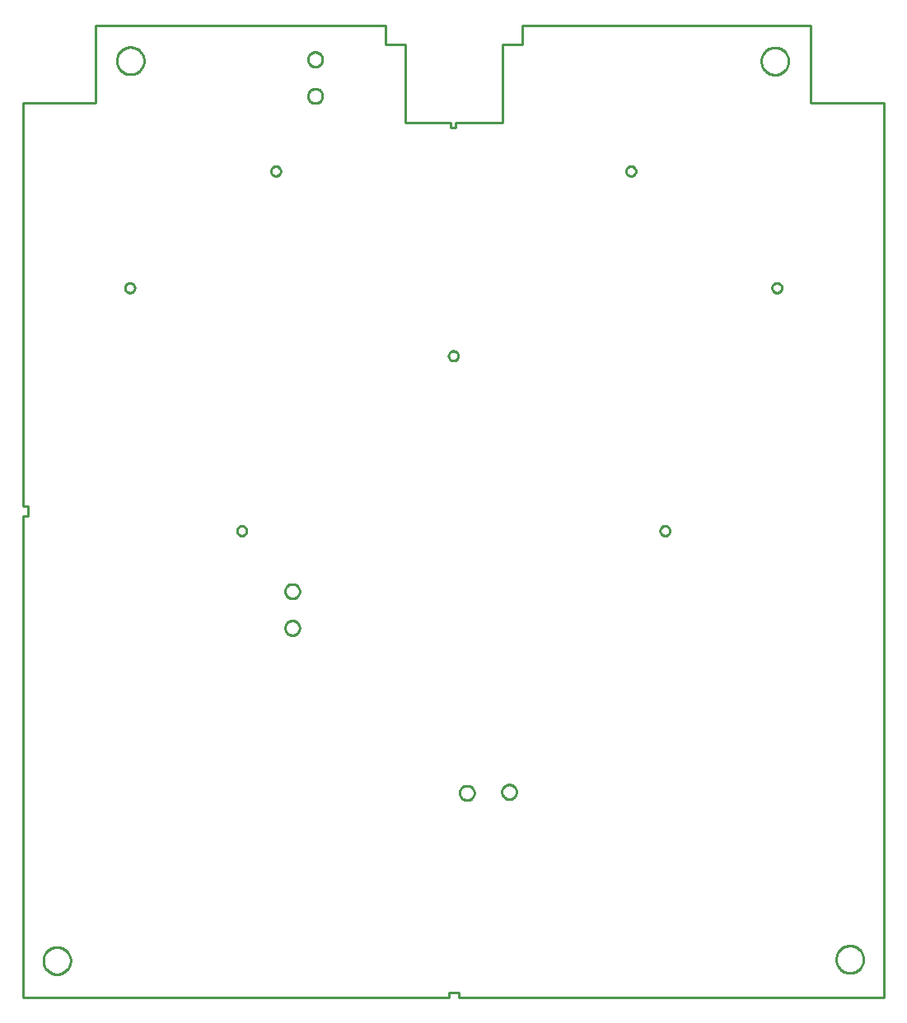
<source format=gbr>
G04 EAGLE Gerber X2 export*
%TF.Part,Single*%
%TF.FileFunction,Profile,NP*%
%TF.FilePolarity,Positive*%
%TF.GenerationSoftware,Autodesk,EAGLE,9.2.2*%
%TF.CreationDate,2019-06-08T20:53:07Z*%
G75*
%MOMM*%
%FSLAX34Y34*%
%LPD*%
%IN*%
%AMOC8*
5,1,8,0,0,1.08239X$1,22.5*%
G01*
%ADD10C,0.254000*%


D10*
X0Y0D02*
X438000Y0D01*
X438000Y5000D01*
X448000Y5000D01*
X448000Y0D01*
X885000Y0D01*
X885000Y920000D01*
X810000Y920000D01*
X810000Y1000000D01*
X513000Y1000000D01*
X513000Y980000D01*
X493000Y980000D01*
X493000Y900000D01*
X445000Y900000D01*
X445000Y895000D01*
X440000Y895000D01*
X440000Y900000D01*
X393000Y900000D01*
X393000Y980000D01*
X373000Y980000D01*
X373000Y1000000D01*
X75000Y1000000D01*
X75000Y920000D01*
X0Y920000D01*
X0Y505000D01*
X5000Y505000D01*
X5000Y495000D01*
X0Y495000D01*
X0Y0D01*
X836000Y38585D02*
X836071Y37588D01*
X836214Y36598D01*
X836426Y35621D01*
X836708Y34661D01*
X837057Y33724D01*
X837473Y32814D01*
X837952Y31937D01*
X838493Y31095D01*
X839092Y30295D01*
X839747Y29539D01*
X840454Y28832D01*
X841210Y28177D01*
X842010Y27578D01*
X842852Y27037D01*
X843729Y26558D01*
X844639Y26142D01*
X845576Y25793D01*
X846536Y25511D01*
X847513Y25299D01*
X848503Y25156D01*
X849500Y25085D01*
X850500Y25085D01*
X851498Y25156D01*
X852487Y25299D01*
X853465Y25511D01*
X854424Y25793D01*
X855361Y26142D01*
X856271Y26558D01*
X857148Y27037D01*
X857990Y27578D01*
X858790Y28177D01*
X859546Y28832D01*
X860253Y29539D01*
X860908Y30295D01*
X861507Y31095D01*
X862048Y31937D01*
X862527Y32814D01*
X862943Y33724D01*
X863292Y34661D01*
X863574Y35621D01*
X863786Y36598D01*
X863929Y37588D01*
X864000Y38585D01*
X864000Y39585D01*
X863929Y40583D01*
X863786Y41572D01*
X863574Y42550D01*
X863292Y43509D01*
X862943Y44446D01*
X862527Y45356D01*
X862048Y46233D01*
X861507Y47075D01*
X860908Y47875D01*
X860253Y48631D01*
X859546Y49338D01*
X858790Y49993D01*
X857990Y50592D01*
X857148Y51133D01*
X856271Y51612D01*
X855361Y52028D01*
X854424Y52377D01*
X853465Y52659D01*
X852487Y52871D01*
X851498Y53014D01*
X850500Y53085D01*
X849500Y53085D01*
X848503Y53014D01*
X847513Y52871D01*
X846536Y52659D01*
X845576Y52377D01*
X844639Y52028D01*
X843729Y51612D01*
X842852Y51133D01*
X842010Y50592D01*
X841210Y49993D01*
X840454Y49338D01*
X839747Y48631D01*
X839092Y47875D01*
X838493Y47075D01*
X837952Y46233D01*
X837473Y45356D01*
X837057Y44446D01*
X836708Y43509D01*
X836426Y42550D01*
X836214Y41572D01*
X836071Y40583D01*
X836000Y39585D01*
X836000Y38585D01*
X49000Y37318D02*
X48929Y36321D01*
X48786Y35331D01*
X48574Y34354D01*
X48292Y33394D01*
X47943Y32457D01*
X47527Y31548D01*
X47048Y30670D01*
X46507Y29829D01*
X45908Y29028D01*
X45253Y28272D01*
X44546Y27565D01*
X43790Y26910D01*
X42990Y26311D01*
X42148Y25770D01*
X41271Y25291D01*
X40361Y24876D01*
X39424Y24526D01*
X38465Y24245D01*
X37487Y24032D01*
X36498Y23890D01*
X35500Y23818D01*
X34500Y23818D01*
X33503Y23890D01*
X32513Y24032D01*
X31536Y24245D01*
X30576Y24526D01*
X29639Y24876D01*
X28729Y25291D01*
X27852Y25770D01*
X27010Y26311D01*
X26210Y26910D01*
X25454Y27565D01*
X24747Y28272D01*
X24092Y29028D01*
X23493Y29829D01*
X22952Y30670D01*
X22473Y31548D01*
X22057Y32457D01*
X21708Y33394D01*
X21426Y34354D01*
X21214Y35331D01*
X21071Y36321D01*
X21000Y37318D01*
X21000Y38318D01*
X21071Y39316D01*
X21214Y40306D01*
X21426Y41283D01*
X21708Y42242D01*
X22057Y43179D01*
X22473Y44089D01*
X22952Y44967D01*
X23493Y45808D01*
X24092Y46608D01*
X24747Y47364D01*
X25454Y48071D01*
X26210Y48726D01*
X27010Y49326D01*
X27852Y49866D01*
X28729Y50345D01*
X29639Y50761D01*
X30576Y51110D01*
X31536Y51392D01*
X32513Y51605D01*
X33503Y51747D01*
X34500Y51818D01*
X35500Y51818D01*
X36498Y51747D01*
X37487Y51605D01*
X38465Y51392D01*
X39424Y51110D01*
X40361Y50761D01*
X41271Y50345D01*
X42148Y49866D01*
X42990Y49326D01*
X43790Y48726D01*
X44546Y48071D01*
X45253Y47364D01*
X45908Y46608D01*
X46507Y45808D01*
X47048Y44967D01*
X47527Y44089D01*
X47943Y43179D01*
X48292Y42242D01*
X48574Y41283D01*
X48786Y40306D01*
X48929Y39316D01*
X49000Y38318D01*
X49000Y37318D01*
X774719Y725000D02*
X774161Y725063D01*
X773614Y725188D01*
X773084Y725373D01*
X772578Y725617D01*
X772102Y725916D01*
X771663Y726266D01*
X771266Y726663D01*
X770916Y727102D01*
X770617Y727578D01*
X770373Y728084D01*
X770188Y728614D01*
X770063Y729161D01*
X770000Y729719D01*
X770000Y730281D01*
X770063Y730839D01*
X770188Y731386D01*
X770373Y731916D01*
X770617Y732422D01*
X770916Y732898D01*
X771266Y733337D01*
X771663Y733734D01*
X772102Y734084D01*
X772578Y734383D01*
X773084Y734627D01*
X773614Y734812D01*
X774161Y734937D01*
X774719Y735000D01*
X775281Y735000D01*
X775839Y734937D01*
X776386Y734812D01*
X776916Y734627D01*
X777422Y734383D01*
X777898Y734084D01*
X778337Y733734D01*
X778734Y733337D01*
X779084Y732898D01*
X779383Y732422D01*
X779627Y731916D01*
X779812Y731386D01*
X779937Y730839D01*
X780000Y730281D01*
X780000Y729719D01*
X779937Y729161D01*
X779812Y728614D01*
X779627Y728084D01*
X779383Y727578D01*
X779084Y727102D01*
X778734Y726663D01*
X778337Y726266D01*
X777898Y725916D01*
X777422Y725617D01*
X776916Y725373D01*
X776386Y725188D01*
X775839Y725063D01*
X775281Y725000D01*
X774719Y725000D01*
X230000Y479719D02*
X229937Y479161D01*
X229812Y478614D01*
X229627Y478084D01*
X229383Y477578D01*
X229084Y477102D01*
X228734Y476663D01*
X228337Y476266D01*
X227898Y475916D01*
X227422Y475617D01*
X226916Y475373D01*
X226386Y475188D01*
X225839Y475063D01*
X225281Y475000D01*
X224719Y475000D01*
X224161Y475063D01*
X223614Y475188D01*
X223084Y475373D01*
X222578Y475617D01*
X222102Y475916D01*
X221663Y476266D01*
X221266Y476663D01*
X220916Y477102D01*
X220617Y477578D01*
X220373Y478084D01*
X220188Y478614D01*
X220063Y479161D01*
X220000Y479719D01*
X220000Y480281D01*
X220063Y480839D01*
X220188Y481386D01*
X220373Y481916D01*
X220617Y482422D01*
X220916Y482898D01*
X221266Y483337D01*
X221663Y483734D01*
X222102Y484084D01*
X222578Y484383D01*
X223084Y484627D01*
X223614Y484812D01*
X224161Y484937D01*
X224719Y485000D01*
X225281Y485000D01*
X225839Y484937D01*
X226386Y484812D01*
X226916Y484627D01*
X227422Y484383D01*
X227898Y484084D01*
X228337Y483734D01*
X228734Y483337D01*
X229084Y482898D01*
X229383Y482422D01*
X229627Y481916D01*
X229812Y481386D01*
X229937Y480839D01*
X230000Y480281D01*
X230000Y479719D01*
X624719Y845000D02*
X624161Y845063D01*
X623614Y845188D01*
X623084Y845373D01*
X622578Y845617D01*
X622102Y845916D01*
X621663Y846266D01*
X621266Y846663D01*
X620916Y847102D01*
X620617Y847578D01*
X620373Y848084D01*
X620188Y848614D01*
X620063Y849161D01*
X620000Y849719D01*
X620000Y850281D01*
X620063Y850839D01*
X620188Y851386D01*
X620373Y851916D01*
X620617Y852422D01*
X620916Y852898D01*
X621266Y853337D01*
X621663Y853734D01*
X622102Y854084D01*
X622578Y854383D01*
X623084Y854627D01*
X623614Y854812D01*
X624161Y854937D01*
X624719Y855000D01*
X625281Y855000D01*
X625839Y854937D01*
X626386Y854812D01*
X626916Y854627D01*
X627422Y854383D01*
X627898Y854084D01*
X628337Y853734D01*
X628734Y853337D01*
X629084Y852898D01*
X629383Y852422D01*
X629627Y851916D01*
X629812Y851386D01*
X629937Y850839D01*
X630000Y850281D01*
X630000Y849719D01*
X629937Y849161D01*
X629812Y848614D01*
X629627Y848084D01*
X629383Y847578D01*
X629084Y847102D01*
X628734Y846663D01*
X628337Y846266D01*
X627898Y845916D01*
X627422Y845617D01*
X626916Y845373D01*
X626386Y845188D01*
X625839Y845063D01*
X625281Y845000D01*
X624719Y845000D01*
X655000Y480281D02*
X655063Y480839D01*
X655188Y481386D01*
X655373Y481916D01*
X655617Y482422D01*
X655916Y482898D01*
X656266Y483337D01*
X656663Y483734D01*
X657102Y484084D01*
X657578Y484383D01*
X658084Y484627D01*
X658614Y484812D01*
X659161Y484937D01*
X659719Y485000D01*
X660281Y485000D01*
X660839Y484937D01*
X661386Y484812D01*
X661916Y484627D01*
X662422Y484383D01*
X662898Y484084D01*
X663337Y483734D01*
X663734Y483337D01*
X664084Y482898D01*
X664383Y482422D01*
X664627Y481916D01*
X664812Y481386D01*
X664937Y480839D01*
X665000Y480281D01*
X665000Y479719D01*
X664937Y479161D01*
X664812Y478614D01*
X664627Y478084D01*
X664383Y477578D01*
X664084Y477102D01*
X663734Y476663D01*
X663337Y476266D01*
X662898Y475916D01*
X662422Y475617D01*
X661916Y475373D01*
X661386Y475188D01*
X660839Y475063D01*
X660281Y475000D01*
X659719Y475000D01*
X659161Y475063D01*
X658614Y475188D01*
X658084Y475373D01*
X657578Y475617D01*
X657102Y475916D01*
X656663Y476266D01*
X656266Y476663D01*
X655916Y477102D01*
X655617Y477578D01*
X655373Y478084D01*
X655188Y478614D01*
X655063Y479161D01*
X655000Y479719D01*
X655000Y480281D01*
X442219Y655000D02*
X441661Y655063D01*
X441114Y655188D01*
X440584Y655373D01*
X440078Y655617D01*
X439602Y655916D01*
X439163Y656266D01*
X438766Y656663D01*
X438416Y657102D01*
X438117Y657578D01*
X437873Y658084D01*
X437688Y658614D01*
X437563Y659161D01*
X437500Y659719D01*
X437500Y660281D01*
X437563Y660839D01*
X437688Y661386D01*
X437873Y661916D01*
X438117Y662422D01*
X438416Y662898D01*
X438766Y663337D01*
X439163Y663734D01*
X439602Y664084D01*
X440078Y664383D01*
X440584Y664627D01*
X441114Y664812D01*
X441661Y664937D01*
X442219Y665000D01*
X442781Y665000D01*
X443339Y664937D01*
X443886Y664812D01*
X444416Y664627D01*
X444922Y664383D01*
X445398Y664084D01*
X445837Y663734D01*
X446234Y663337D01*
X446584Y662898D01*
X446883Y662422D01*
X447127Y661916D01*
X447312Y661386D01*
X447437Y660839D01*
X447500Y660281D01*
X447500Y659719D01*
X447437Y659161D01*
X447312Y658614D01*
X447127Y658084D01*
X446883Y657578D01*
X446584Y657102D01*
X446234Y656663D01*
X445837Y656266D01*
X445398Y655916D01*
X444922Y655617D01*
X444416Y655373D01*
X443886Y655188D01*
X443339Y655063D01*
X442781Y655000D01*
X442219Y655000D01*
X109719Y725000D02*
X109161Y725063D01*
X108614Y725188D01*
X108084Y725373D01*
X107578Y725617D01*
X107102Y725916D01*
X106663Y726266D01*
X106266Y726663D01*
X105916Y727102D01*
X105617Y727578D01*
X105373Y728084D01*
X105188Y728614D01*
X105063Y729161D01*
X105000Y729719D01*
X105000Y730281D01*
X105063Y730839D01*
X105188Y731386D01*
X105373Y731916D01*
X105617Y732422D01*
X105916Y732898D01*
X106266Y733337D01*
X106663Y733734D01*
X107102Y734084D01*
X107578Y734383D01*
X108084Y734627D01*
X108614Y734812D01*
X109161Y734937D01*
X109719Y735000D01*
X110281Y735000D01*
X110839Y734937D01*
X111386Y734812D01*
X111916Y734627D01*
X112422Y734383D01*
X112898Y734084D01*
X113337Y733734D01*
X113734Y733337D01*
X114084Y732898D01*
X114383Y732422D01*
X114627Y731916D01*
X114812Y731386D01*
X114937Y730839D01*
X115000Y730281D01*
X115000Y729719D01*
X114937Y729161D01*
X114812Y728614D01*
X114627Y728084D01*
X114383Y727578D01*
X114084Y727102D01*
X113734Y726663D01*
X113337Y726266D01*
X112898Y725916D01*
X112422Y725617D01*
X111916Y725373D01*
X111386Y725188D01*
X110839Y725063D01*
X110281Y725000D01*
X109719Y725000D01*
X284500Y417461D02*
X284428Y416728D01*
X284284Y416005D01*
X284070Y415300D01*
X283788Y414619D01*
X283441Y413969D01*
X283031Y413357D01*
X282564Y412787D01*
X282043Y412266D01*
X281473Y411798D01*
X280860Y411389D01*
X280211Y411042D01*
X279530Y410760D01*
X278825Y410546D01*
X278102Y410402D01*
X277368Y410330D01*
X276632Y410330D01*
X275898Y410402D01*
X275175Y410546D01*
X274470Y410760D01*
X273789Y411042D01*
X273140Y411389D01*
X272527Y411798D01*
X271957Y412266D01*
X271436Y412787D01*
X270969Y413357D01*
X270559Y413969D01*
X270212Y414619D01*
X269930Y415300D01*
X269716Y416005D01*
X269572Y416728D01*
X269500Y417461D01*
X269500Y418198D01*
X269572Y418932D01*
X269716Y419654D01*
X269930Y420359D01*
X270212Y421040D01*
X270559Y421690D01*
X270969Y422303D01*
X271436Y422873D01*
X271957Y423394D01*
X272527Y423861D01*
X273140Y424270D01*
X273789Y424618D01*
X274470Y424900D01*
X275175Y425114D01*
X275898Y425258D01*
X276632Y425330D01*
X277368Y425330D01*
X278102Y425258D01*
X278825Y425114D01*
X279530Y424900D01*
X280211Y424618D01*
X280860Y424270D01*
X281473Y423861D01*
X282043Y423394D01*
X282564Y422873D01*
X283031Y422303D01*
X283441Y421690D01*
X283788Y421040D01*
X284070Y420359D01*
X284284Y419654D01*
X284428Y418932D01*
X284500Y418198D01*
X284500Y417461D01*
X284500Y379680D02*
X284428Y378946D01*
X284284Y378224D01*
X284070Y377519D01*
X283788Y376838D01*
X283441Y376188D01*
X283031Y375575D01*
X282564Y375006D01*
X282043Y374484D01*
X281473Y374017D01*
X280860Y373608D01*
X280211Y373260D01*
X279530Y372978D01*
X278825Y372764D01*
X278102Y372621D01*
X277368Y372548D01*
X276632Y372548D01*
X275898Y372621D01*
X275175Y372764D01*
X274470Y372978D01*
X273789Y373260D01*
X273140Y373608D01*
X272527Y374017D01*
X271957Y374484D01*
X271436Y375006D01*
X270969Y375575D01*
X270559Y376188D01*
X270212Y376838D01*
X269930Y377519D01*
X269716Y378224D01*
X269572Y378946D01*
X269500Y379680D01*
X269500Y380417D01*
X269572Y381150D01*
X269716Y381873D01*
X269930Y382578D01*
X270212Y383259D01*
X270559Y383909D01*
X270969Y384521D01*
X271436Y385091D01*
X271957Y385612D01*
X272527Y386080D01*
X273140Y386489D01*
X273789Y386836D01*
X274470Y387118D01*
X275175Y387332D01*
X275898Y387476D01*
X276632Y387548D01*
X277368Y387548D01*
X278102Y387476D01*
X278825Y387332D01*
X279530Y387118D01*
X280211Y386836D01*
X280860Y386489D01*
X281473Y386080D01*
X282043Y385612D01*
X282564Y385091D01*
X283031Y384521D01*
X283441Y383909D01*
X283788Y383259D01*
X284070Y382578D01*
X284284Y381873D01*
X284428Y381150D01*
X284500Y380417D01*
X284500Y379680D01*
X307960Y964610D02*
X307888Y963876D01*
X307744Y963153D01*
X307530Y962448D01*
X307248Y961767D01*
X306901Y961118D01*
X306491Y960505D01*
X306024Y959935D01*
X305503Y959414D01*
X304933Y958947D01*
X304321Y958537D01*
X303671Y958190D01*
X302990Y957908D01*
X302285Y957694D01*
X301562Y957550D01*
X300829Y957478D01*
X300092Y957478D01*
X299358Y957550D01*
X298636Y957694D01*
X297930Y957908D01*
X297250Y958190D01*
X296600Y958537D01*
X295987Y958947D01*
X295417Y959414D01*
X294896Y959935D01*
X294429Y960505D01*
X294019Y961118D01*
X293672Y961767D01*
X293390Y962448D01*
X293176Y963153D01*
X293032Y963876D01*
X292960Y964610D01*
X292960Y965346D01*
X293032Y966080D01*
X293176Y966803D01*
X293390Y967508D01*
X293672Y968188D01*
X294019Y968838D01*
X294429Y969451D01*
X294896Y970021D01*
X295417Y970542D01*
X295987Y971009D01*
X296600Y971419D01*
X297250Y971766D01*
X297930Y972048D01*
X298636Y972262D01*
X299358Y972406D01*
X300092Y972478D01*
X300829Y972478D01*
X301562Y972406D01*
X302285Y972262D01*
X302990Y972048D01*
X303671Y971766D01*
X304321Y971419D01*
X304933Y971009D01*
X305503Y970542D01*
X306024Y970021D01*
X306491Y969451D01*
X306901Y968838D01*
X307248Y968188D01*
X307530Y967508D01*
X307744Y966803D01*
X307888Y966080D01*
X307960Y965346D01*
X307960Y964610D01*
X307960Y927018D02*
X307888Y926284D01*
X307744Y925561D01*
X307530Y924856D01*
X307248Y924175D01*
X306901Y923526D01*
X306491Y922913D01*
X306024Y922343D01*
X305503Y921822D01*
X304933Y921355D01*
X304321Y920945D01*
X303671Y920598D01*
X302990Y920316D01*
X302285Y920102D01*
X301562Y919958D01*
X300829Y919886D01*
X300092Y919886D01*
X299358Y919958D01*
X298636Y920102D01*
X297930Y920316D01*
X297250Y920598D01*
X296600Y920945D01*
X295987Y921355D01*
X295417Y921822D01*
X294896Y922343D01*
X294429Y922913D01*
X294019Y923526D01*
X293672Y924175D01*
X293390Y924856D01*
X293176Y925561D01*
X293032Y926284D01*
X292960Y927018D01*
X292960Y927754D01*
X293032Y928488D01*
X293176Y929211D01*
X293390Y929916D01*
X293672Y930596D01*
X294019Y931246D01*
X294429Y931859D01*
X294896Y932429D01*
X295417Y932950D01*
X295987Y933417D01*
X296600Y933827D01*
X297250Y934174D01*
X297930Y934456D01*
X298636Y934670D01*
X299358Y934814D01*
X300092Y934886D01*
X300829Y934886D01*
X301562Y934814D01*
X302285Y934670D01*
X302990Y934456D01*
X303671Y934174D01*
X304321Y933827D01*
X304933Y933417D01*
X305503Y932950D01*
X306024Y932429D01*
X306491Y931859D01*
X306901Y931246D01*
X307248Y930596D01*
X307530Y929916D01*
X307744Y929211D01*
X307888Y928488D01*
X307960Y927754D01*
X307960Y927018D01*
X255000Y850281D02*
X255063Y850839D01*
X255188Y851386D01*
X255373Y851916D01*
X255617Y852422D01*
X255916Y852898D01*
X256266Y853337D01*
X256663Y853734D01*
X257102Y854084D01*
X257578Y854383D01*
X258084Y854627D01*
X258614Y854812D01*
X259161Y854937D01*
X259719Y855000D01*
X260281Y855000D01*
X260839Y854937D01*
X261386Y854812D01*
X261916Y854627D01*
X262422Y854383D01*
X262898Y854084D01*
X263337Y853734D01*
X263734Y853337D01*
X264084Y852898D01*
X264383Y852422D01*
X264627Y851916D01*
X264812Y851386D01*
X264937Y850839D01*
X265000Y850281D01*
X265000Y849719D01*
X264937Y849161D01*
X264812Y848614D01*
X264627Y848084D01*
X264383Y847578D01*
X264084Y847102D01*
X263734Y846663D01*
X263337Y846266D01*
X262898Y845916D01*
X262422Y845617D01*
X261916Y845373D01*
X261386Y845188D01*
X260839Y845063D01*
X260281Y845000D01*
X259719Y845000D01*
X259161Y845063D01*
X258614Y845188D01*
X258084Y845373D01*
X257578Y845617D01*
X257102Y845916D01*
X256663Y846266D01*
X256266Y846663D01*
X255916Y847102D01*
X255617Y847578D01*
X255373Y848084D01*
X255188Y848614D01*
X255063Y849161D01*
X255000Y849719D01*
X255000Y850281D01*
X124534Y962997D02*
X124463Y961999D01*
X124320Y961009D01*
X124108Y960032D01*
X123826Y959073D01*
X123477Y958136D01*
X123061Y957226D01*
X122582Y956348D01*
X122041Y955507D01*
X121442Y954707D01*
X120787Y953951D01*
X120080Y953244D01*
X119324Y952589D01*
X118524Y951990D01*
X117682Y951449D01*
X116805Y950970D01*
X115895Y950554D01*
X114958Y950205D01*
X113999Y949923D01*
X113021Y949710D01*
X112032Y949568D01*
X111034Y949497D01*
X110034Y949497D01*
X109037Y949568D01*
X108047Y949710D01*
X107070Y949923D01*
X106110Y950205D01*
X105173Y950554D01*
X104263Y950970D01*
X103386Y951449D01*
X102545Y951990D01*
X101744Y952589D01*
X100988Y953244D01*
X100281Y953951D01*
X99626Y954707D01*
X99027Y955507D01*
X98486Y956348D01*
X98007Y957226D01*
X97592Y958136D01*
X97242Y959073D01*
X96960Y960032D01*
X96748Y961009D01*
X96605Y961999D01*
X96534Y962997D01*
X96534Y963997D01*
X96605Y964994D01*
X96748Y965984D01*
X96960Y966961D01*
X97242Y967921D01*
X97592Y968858D01*
X98007Y969767D01*
X98486Y970645D01*
X99027Y971486D01*
X99626Y972287D01*
X100281Y973043D01*
X100988Y973750D01*
X101744Y974405D01*
X102545Y975004D01*
X103386Y975545D01*
X104263Y976024D01*
X105173Y976439D01*
X106110Y976789D01*
X107070Y977071D01*
X108047Y977283D01*
X109037Y977425D01*
X110034Y977497D01*
X111034Y977497D01*
X112032Y977425D01*
X113021Y977283D01*
X113999Y977071D01*
X114958Y976789D01*
X115895Y976439D01*
X116805Y976024D01*
X117682Y975545D01*
X118524Y975004D01*
X119324Y974405D01*
X120080Y973750D01*
X120787Y973043D01*
X121442Y972287D01*
X122041Y971486D01*
X122582Y970645D01*
X123061Y969767D01*
X123477Y968858D01*
X123826Y967921D01*
X124108Y966961D01*
X124320Y965984D01*
X124463Y964994D01*
X124534Y963997D01*
X124534Y962997D01*
X758959Y962723D02*
X759031Y961725D01*
X759173Y960735D01*
X759385Y959758D01*
X759667Y958799D01*
X760017Y957862D01*
X760432Y956952D01*
X760911Y956074D01*
X761452Y955233D01*
X762051Y954433D01*
X762706Y953677D01*
X763413Y952970D01*
X764169Y952315D01*
X764970Y951716D01*
X765811Y951175D01*
X766689Y950696D01*
X767598Y950280D01*
X768535Y949931D01*
X769495Y949649D01*
X770472Y949436D01*
X771462Y949294D01*
X772459Y949223D01*
X773459Y949223D01*
X774457Y949294D01*
X775447Y949436D01*
X776424Y949649D01*
X777383Y949931D01*
X778320Y950280D01*
X779230Y950696D01*
X780108Y951175D01*
X780949Y951716D01*
X781749Y952315D01*
X782505Y952970D01*
X783212Y953677D01*
X783867Y954433D01*
X784466Y955233D01*
X785007Y956074D01*
X785486Y956952D01*
X785902Y957862D01*
X786251Y958799D01*
X786533Y959758D01*
X786746Y960735D01*
X786888Y961725D01*
X786959Y962723D01*
X786959Y963723D01*
X786888Y964720D01*
X786746Y965710D01*
X786533Y966687D01*
X786251Y967647D01*
X785902Y968584D01*
X785486Y969493D01*
X785007Y970371D01*
X784466Y971212D01*
X783867Y972013D01*
X783212Y972769D01*
X782505Y973476D01*
X781749Y974131D01*
X780949Y974730D01*
X780108Y975271D01*
X779230Y975750D01*
X778320Y976165D01*
X777383Y976515D01*
X776424Y976797D01*
X775447Y977009D01*
X774457Y977151D01*
X773459Y977223D01*
X772459Y977223D01*
X771462Y977151D01*
X770472Y977009D01*
X769495Y976797D01*
X768535Y976515D01*
X767598Y976165D01*
X766689Y975750D01*
X765811Y975271D01*
X764970Y974730D01*
X764169Y974131D01*
X763413Y973476D01*
X762706Y972769D01*
X762051Y972013D01*
X761452Y971212D01*
X760911Y970371D01*
X760432Y969493D01*
X760017Y968584D01*
X759667Y967647D01*
X759385Y966687D01*
X759173Y965710D01*
X759031Y964720D01*
X758959Y963723D01*
X758959Y962723D01*
X463894Y210020D02*
X463822Y209286D01*
X463678Y208564D01*
X463464Y207859D01*
X463182Y207178D01*
X462835Y206528D01*
X462425Y205915D01*
X461958Y205346D01*
X461437Y204824D01*
X460867Y204357D01*
X460255Y203948D01*
X459605Y203600D01*
X458924Y203318D01*
X458219Y203104D01*
X457496Y202961D01*
X456763Y202888D01*
X456026Y202888D01*
X455292Y202961D01*
X454570Y203104D01*
X453864Y203318D01*
X453184Y203600D01*
X452534Y203948D01*
X451921Y204357D01*
X451351Y204824D01*
X450830Y205346D01*
X450363Y205915D01*
X449953Y206528D01*
X449606Y207178D01*
X449324Y207859D01*
X449110Y208564D01*
X448966Y209286D01*
X448894Y210020D01*
X448894Y210757D01*
X448966Y211490D01*
X449110Y212213D01*
X449324Y212918D01*
X449606Y213599D01*
X449953Y214249D01*
X450363Y214861D01*
X450830Y215431D01*
X451351Y215952D01*
X451921Y216420D01*
X452534Y216829D01*
X453184Y217176D01*
X453864Y217458D01*
X454570Y217672D01*
X455292Y217816D01*
X456026Y217888D01*
X456763Y217888D01*
X457496Y217816D01*
X458219Y217672D01*
X458924Y217458D01*
X459605Y217176D01*
X460255Y216829D01*
X460867Y216420D01*
X461437Y215952D01*
X461958Y215431D01*
X462425Y214861D01*
X462835Y214249D01*
X463182Y213599D01*
X463464Y212918D01*
X463678Y212213D01*
X463822Y211490D01*
X463894Y210757D01*
X463894Y210020D01*
X507338Y211026D02*
X507265Y210292D01*
X507122Y209569D01*
X506908Y208864D01*
X506626Y208184D01*
X506278Y207534D01*
X505869Y206921D01*
X505402Y206351D01*
X504880Y205830D01*
X504311Y205363D01*
X503698Y204953D01*
X503048Y204606D01*
X502367Y204324D01*
X501662Y204110D01*
X500940Y203966D01*
X500206Y203894D01*
X499469Y203894D01*
X498736Y203966D01*
X498013Y204110D01*
X497308Y204324D01*
X496627Y204606D01*
X495977Y204953D01*
X495365Y205363D01*
X494795Y205830D01*
X494274Y206351D01*
X493806Y206921D01*
X493397Y207534D01*
X493050Y208184D01*
X492768Y208864D01*
X492554Y209569D01*
X492410Y210292D01*
X492338Y211026D01*
X492338Y211762D01*
X492410Y212496D01*
X492554Y213219D01*
X492768Y213924D01*
X493050Y214605D01*
X493397Y215254D01*
X493806Y215867D01*
X494274Y216437D01*
X494795Y216958D01*
X495365Y217425D01*
X495977Y217835D01*
X496627Y218182D01*
X497308Y218464D01*
X498013Y218678D01*
X498736Y218822D01*
X499469Y218894D01*
X500206Y218894D01*
X500940Y218822D01*
X501662Y218678D01*
X502367Y218464D01*
X503048Y218182D01*
X503698Y217835D01*
X504311Y217425D01*
X504880Y216958D01*
X505402Y216437D01*
X505869Y215867D01*
X506278Y215254D01*
X506626Y214605D01*
X506908Y213924D01*
X507122Y213219D01*
X507265Y212496D01*
X507338Y211762D01*
X507338Y211026D01*
M02*

</source>
